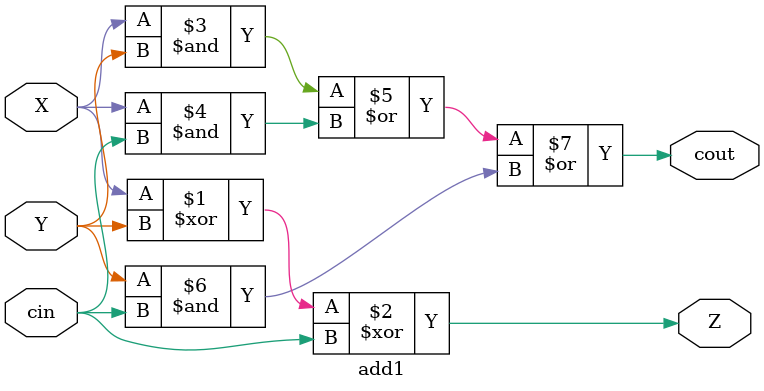
<source format=v>
`timescale 1ns / 1ps
`default_nettype none //helps catch typo-related bugs
module add1(X,Y,Z,cin,cout);

	//parameter definitions

	//port definitions - customize for different bit widths
	input  wire X;
	input  wire Y;
	output wire Z;
	input  wire cin;
	output wire cout;
	
	assign Z = X ^ Y ^ cin; 
	assign cout = (X & Y) | (X & cin) | (Y & cin); 


endmodule
`default_nettype wire //some Xilinx IP requires that the default_nettype be set to wire

</source>
